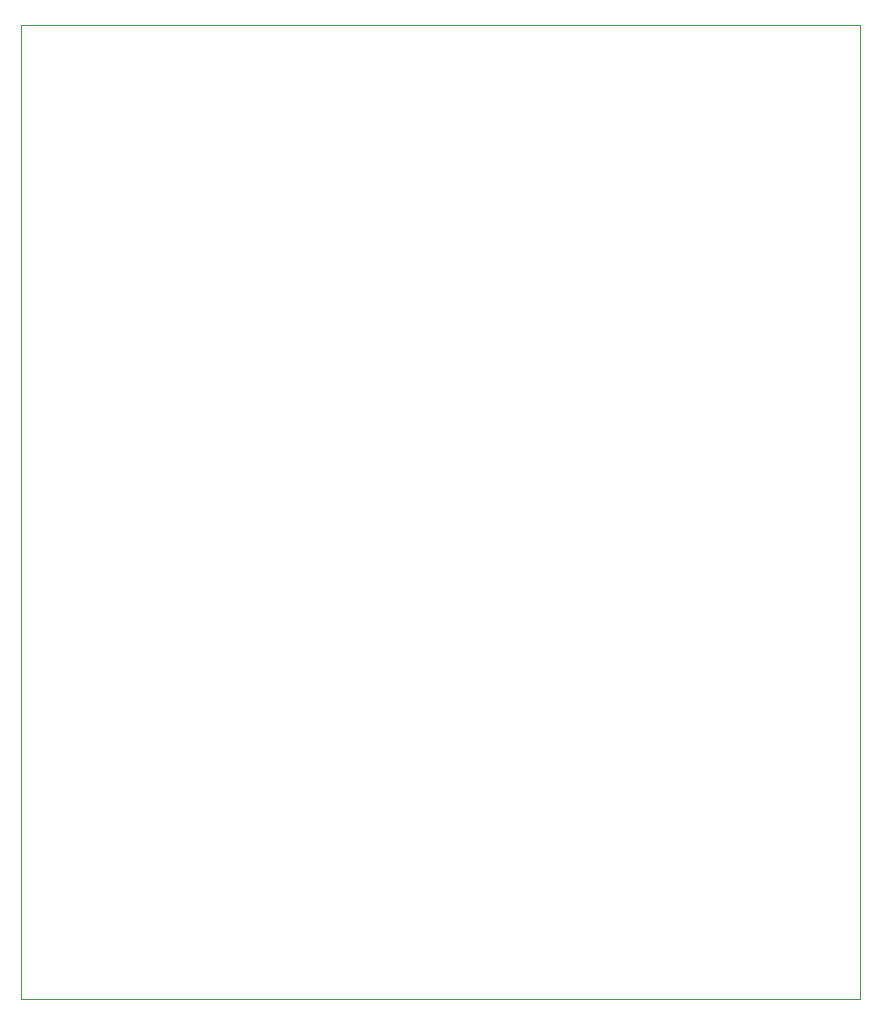
<source format=gbr>
%TF.GenerationSoftware,KiCad,Pcbnew,9.0.5*%
%TF.CreationDate,2025-11-05T07:39:26+01:00*%
%TF.ProjectId,power-sequencer-pcb,706f7765-722d-4736-9571-75656e636572,B*%
%TF.SameCoordinates,Original*%
%TF.FileFunction,Profile,NP*%
%FSLAX46Y46*%
G04 Gerber Fmt 4.6, Leading zero omitted, Abs format (unit mm)*
G04 Created by KiCad (PCBNEW 9.0.5) date 2025-11-05 07:39:26*
%MOMM*%
%LPD*%
G01*
G04 APERTURE LIST*
%TA.AperFunction,Profile*%
%ADD10C,0.050000*%
%TD*%
G04 APERTURE END LIST*
D10*
X75595000Y-57095000D02*
X146595000Y-57095000D01*
X146595000Y-139595000D01*
X75595000Y-139595000D01*
X75595000Y-57095000D01*
M02*

</source>
